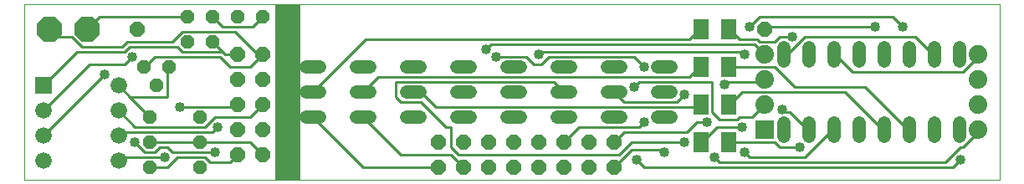
<source format=gbl>
G75*
%MOIN*%
%OFA0B0*%
%FSLAX24Y24*%
%IPPOS*%
%LPD*%
%AMOC8*
5,1,8,0,0,1.08239X$1,22.5*
%
%ADD10C,0.0000*%
%ADD11R,0.1000X0.7000*%
%ADD12R,0.0660X0.0660*%
%ADD13C,0.0660*%
%ADD14OC8,0.0520*%
%ADD15OC8,0.1000*%
%ADD16OC8,0.0600*%
%ADD17C,0.0740*%
%ADD18R,0.0740X0.0740*%
%ADD19C,0.0520*%
%ADD20R,0.0630X0.0787*%
%ADD21C,0.0100*%
%ADD22C,0.0400*%
D10*
X000100Y000130D02*
X000100Y007126D01*
X038970Y007126D01*
X038970Y000130D01*
X000100Y000130D01*
D11*
X010600Y003630D03*
D12*
X000850Y003880D03*
D13*
X003850Y003880D03*
X003850Y002880D03*
X000850Y002880D03*
X000850Y001880D03*
X003850Y001880D03*
X003850Y000880D03*
X000850Y000880D03*
D14*
X005100Y000630D03*
X007100Y000630D03*
X007100Y001630D03*
X005100Y001630D03*
X005100Y002630D03*
X007100Y002630D03*
X005350Y003880D03*
X004850Y004630D03*
X005850Y004630D03*
X006600Y005630D03*
X007600Y005630D03*
X007600Y006630D03*
X006600Y006630D03*
X008600Y006630D03*
X009600Y006630D03*
D15*
X002600Y006130D03*
X001100Y006130D03*
D16*
X004600Y006130D03*
X008600Y005130D03*
X009600Y005130D03*
X009600Y004130D03*
X008600Y004130D03*
X008600Y003130D03*
X009600Y003130D03*
X009600Y002130D03*
X008600Y002130D03*
X008600Y001130D03*
X009600Y001130D03*
X016600Y000630D03*
X017600Y000630D03*
X018600Y000630D03*
X019600Y000630D03*
X020600Y000630D03*
X021600Y000630D03*
X022600Y000630D03*
X023600Y000630D03*
X023600Y001630D03*
X022600Y001630D03*
X021600Y001630D03*
X020600Y001630D03*
X019600Y001630D03*
X018600Y001630D03*
X017600Y001630D03*
X016600Y001630D03*
X029600Y006130D03*
D17*
X029600Y005130D03*
X029600Y004130D03*
X029600Y003130D03*
X038100Y003130D03*
X038100Y002130D03*
X038100Y004130D03*
X038100Y005130D03*
D18*
X029600Y002130D03*
D19*
X030350Y001870D02*
X030350Y002390D01*
X031350Y002390D02*
X031350Y001870D01*
X032350Y001870D02*
X032350Y002390D01*
X033350Y002390D02*
X033350Y001870D01*
X034350Y001870D02*
X034350Y002390D01*
X035350Y002390D02*
X035350Y001870D01*
X036350Y001870D02*
X036350Y002390D01*
X037350Y002390D02*
X037350Y001870D01*
X025860Y002630D02*
X025340Y002630D01*
X023860Y002630D02*
X023340Y002630D01*
X021860Y002630D02*
X021340Y002630D01*
X019860Y002630D02*
X019340Y002630D01*
X017860Y002630D02*
X017340Y002630D01*
X015860Y002630D02*
X015340Y002630D01*
X013860Y002630D02*
X013340Y002630D01*
X011860Y002630D02*
X011340Y002630D01*
X011340Y003630D02*
X011860Y003630D01*
X013340Y003630D02*
X013860Y003630D01*
X015340Y003630D02*
X015860Y003630D01*
X017340Y003630D02*
X017860Y003630D01*
X019340Y003630D02*
X019860Y003630D01*
X021340Y003630D02*
X021860Y003630D01*
X023340Y003630D02*
X023860Y003630D01*
X025340Y003630D02*
X025860Y003630D01*
X025860Y004630D02*
X025340Y004630D01*
X023860Y004630D02*
X023340Y004630D01*
X021860Y004630D02*
X021340Y004630D01*
X019860Y004630D02*
X019340Y004630D01*
X017860Y004630D02*
X017340Y004630D01*
X015860Y004630D02*
X015340Y004630D01*
X013860Y004630D02*
X013340Y004630D01*
X011860Y004630D02*
X011340Y004630D01*
X030350Y004870D02*
X030350Y005390D01*
X031350Y005390D02*
X031350Y004870D01*
X032350Y004870D02*
X032350Y005390D01*
X033350Y005390D02*
X033350Y004870D01*
X034350Y004870D02*
X034350Y005390D01*
X035350Y005390D02*
X035350Y004870D01*
X036350Y004870D02*
X036350Y005390D01*
X037350Y005390D02*
X037350Y004870D01*
D20*
X028151Y004630D03*
X027049Y004630D03*
X027049Y006130D03*
X028151Y006130D03*
X028151Y003130D03*
X027049Y003130D03*
X027049Y001630D03*
X028151Y001630D03*
D21*
X030000Y001630D01*
X030200Y001430D01*
X031000Y001430D01*
X031200Y001030D02*
X029000Y001030D01*
X028800Y001230D01*
X027800Y000830D02*
X027600Y001030D01*
X027800Y000830D02*
X036800Y000830D01*
X037400Y001430D01*
X037500Y001430D01*
X038100Y002030D01*
X038100Y002130D01*
X035350Y002130D02*
X035300Y002130D01*
X033600Y003830D01*
X030800Y003830D01*
X030000Y004630D01*
X028151Y004630D01*
X027049Y004630D02*
X027000Y004630D01*
X026600Y004230D01*
X014200Y004230D01*
X013600Y003630D01*
X014900Y003430D02*
X014900Y004030D01*
X021200Y004030D01*
X021600Y003630D01*
X023600Y003630D02*
X024000Y003230D01*
X026100Y003230D01*
X026400Y003530D01*
X026900Y003030D02*
X027000Y003130D01*
X027049Y003130D01*
X026900Y003030D02*
X016500Y003030D01*
X015900Y003630D01*
X015600Y003630D01*
X015100Y003230D02*
X014900Y003430D01*
X015100Y003230D02*
X015900Y003230D01*
X016900Y002230D01*
X017100Y002230D01*
X017100Y001430D01*
X017400Y001130D01*
X023800Y001130D01*
X024300Y001630D01*
X026400Y001630D01*
X027049Y001630D02*
X027100Y001630D01*
X027700Y002230D01*
X028700Y002230D01*
X028500Y002530D02*
X027800Y002530D01*
X027500Y002830D01*
X027500Y004030D01*
X024600Y004030D01*
X024400Y003830D01*
X028000Y003930D02*
X028100Y004030D01*
X029500Y004030D01*
X029600Y004130D01*
X028700Y003630D02*
X032800Y003630D01*
X034300Y002130D01*
X034350Y002130D01*
X032350Y002130D02*
X032300Y002130D01*
X031200Y001030D01*
X026900Y002430D02*
X026500Y002030D01*
X024000Y002030D01*
X023600Y001630D01*
X024300Y001330D02*
X023600Y000630D01*
X024500Y000930D02*
X024800Y000630D01*
X037100Y000630D01*
X037400Y000930D01*
X031350Y002130D02*
X031300Y002130D01*
X030600Y002830D01*
X030400Y002830D01*
X030300Y002930D01*
X029600Y003130D02*
X029100Y002630D01*
X028600Y002630D01*
X028500Y002530D01*
X027300Y002430D02*
X026900Y002430D01*
X024800Y002430D02*
X024600Y002230D01*
X022200Y002230D01*
X021600Y001630D01*
X024300Y001330D02*
X025500Y001330D01*
X025600Y001230D01*
X017600Y000630D02*
X017100Y001130D01*
X015100Y001130D01*
X013600Y002630D01*
X013600Y000630D02*
X011600Y002630D01*
X009600Y003130D02*
X009100Y002630D01*
X007700Y002630D01*
X007300Y002230D01*
X004500Y002230D01*
X003850Y002880D01*
X004300Y003430D02*
X005100Y002630D01*
X006300Y003030D02*
X008500Y003030D01*
X008600Y003130D01*
X011600Y003630D02*
X013700Y005730D01*
X026600Y005730D01*
X027000Y006130D01*
X027049Y006130D01*
X028151Y006130D02*
X028200Y006130D01*
X028600Y005730D01*
X029300Y005730D01*
X029400Y005630D01*
X030000Y005630D01*
X030200Y005830D01*
X030700Y005830D01*
X031200Y005830D02*
X030500Y005130D01*
X030350Y005130D01*
X029600Y005130D02*
X029200Y005530D01*
X018700Y005530D01*
X018500Y005330D01*
X018900Y005030D02*
X020100Y005030D01*
X020400Y004730D01*
X020700Y004730D01*
X021000Y005030D01*
X024400Y005030D01*
X024800Y004630D01*
X028700Y005230D02*
X028800Y005130D01*
X028700Y005230D02*
X020700Y005230D01*
X020600Y005130D01*
X028200Y003130D02*
X028700Y003630D01*
X028200Y003130D02*
X028151Y003130D01*
X032400Y005130D02*
X033100Y004430D01*
X037500Y004430D01*
X038100Y005030D01*
X038100Y005130D01*
X036350Y005130D02*
X036300Y005130D01*
X035600Y005830D01*
X031200Y005830D01*
X029700Y006230D02*
X029600Y006130D01*
X029700Y006230D02*
X034000Y006230D01*
X034700Y006630D02*
X035100Y006230D01*
X034700Y006630D02*
X029400Y006630D01*
X029000Y006230D01*
X032350Y005130D02*
X032400Y005130D01*
X009600Y005130D02*
X009500Y005030D01*
X008500Y006030D01*
X006400Y006030D01*
X006000Y005630D01*
X004200Y005630D01*
X004000Y005430D01*
X002400Y005430D01*
X002000Y005830D01*
X001400Y005830D01*
X001100Y006130D01*
X002600Y006130D02*
X003100Y006630D01*
X006600Y006630D01*
X007600Y006630D02*
X008000Y006230D01*
X009200Y006230D01*
X009600Y006630D01*
X008000Y005230D02*
X007600Y005630D01*
X006400Y005230D02*
X006200Y005430D01*
X004300Y005430D01*
X004100Y005230D01*
X002200Y005230D01*
X000850Y003880D01*
X000850Y001880D02*
X003300Y004330D01*
X004850Y004630D02*
X004900Y004630D01*
X005300Y005030D01*
X007900Y005030D01*
X008300Y004630D01*
X009100Y004630D01*
X009500Y005030D01*
X008600Y005130D02*
X008100Y005130D01*
X008000Y005230D01*
X006400Y005230D01*
X004400Y005030D02*
X004100Y004730D01*
X002700Y004730D01*
X000850Y002880D01*
X003850Y003880D02*
X004300Y003430D01*
X005800Y003430D01*
X005800Y004630D01*
X005850Y004630D01*
X007800Y002230D02*
X007600Y002030D01*
X004000Y002030D01*
X003850Y001880D01*
X004500Y001630D02*
X004900Y001230D01*
X005300Y001230D01*
X005500Y001430D01*
X005800Y001430D01*
X006000Y001230D01*
X007700Y001230D01*
X007300Y001030D02*
X006200Y001030D01*
X005800Y000630D01*
X005100Y000630D01*
X004000Y001030D02*
X003850Y000880D01*
X004000Y001030D02*
X005700Y001030D01*
X007300Y001030D02*
X007500Y000830D01*
X008300Y000830D01*
X008600Y001130D01*
X009100Y001630D02*
X009600Y001130D01*
X009100Y001630D02*
X007100Y001630D01*
X005100Y001630D01*
X013600Y000630D02*
X016600Y000630D01*
D22*
X024500Y000930D03*
X025600Y001230D03*
X026400Y001630D03*
X028800Y001230D03*
X027600Y001030D03*
X031000Y001430D03*
X028700Y002230D03*
X027300Y002430D03*
X024800Y002430D03*
X026400Y003530D03*
X028000Y003930D03*
X024400Y003830D03*
X024800Y004630D03*
X028800Y005130D03*
X030700Y005830D03*
X029000Y006230D03*
X034000Y006230D03*
X035100Y006230D03*
X020600Y005130D03*
X018900Y005030D03*
X018500Y005330D03*
X006300Y003030D03*
X007800Y002230D03*
X004500Y001630D03*
X005700Y001030D03*
X007700Y001230D03*
X003300Y004330D03*
X004400Y005030D03*
X030300Y002930D03*
X037400Y000930D03*
M02*

</source>
